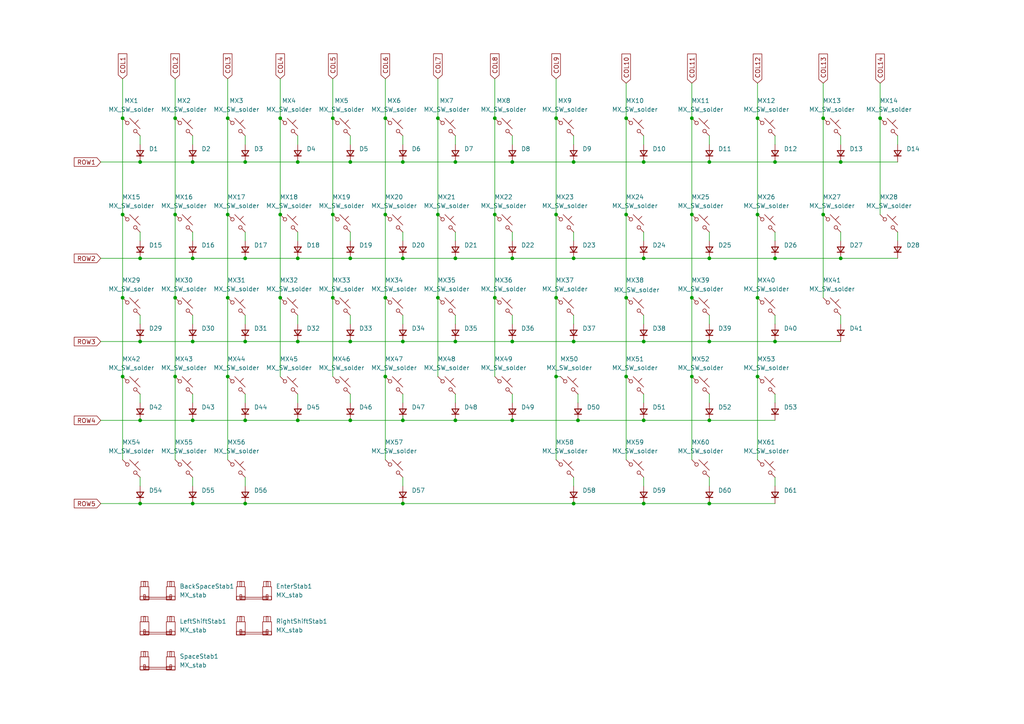
<source format=kicad_sch>
(kicad_sch (version 20250114) (generator "eeschema") (generator_version "9.0")
  (paper "A4")
  (lib_symbols
    (symbol "Device:D_Small" (pin_numbers (hide yes)) (pin_names (offset 0.254) (hide yes))
      (property "Reference" "D" (at -1.27 2.032 0))
      (property "Value" "D_Small" (at -3.81 -2.032 0))
      (symbol "D_Small_1_1"
        (pin passive line (at -2.54 0 0) (length 1.778) (name "K") (number "1"))
        (pin passive line (at 2.54 0 180) (length 1.778) (name "A") (number "2"))
      )
    )
    (symbol "PCM_marbastlib-mx:MX_SW_solder" (pin_numbers (hide yes)) (pin_names (offset 1.016) (hide yes))
      (property "Reference" "MX" (at 3.048 1.016 0))
      (property "Value" "MX_SW_solder" (at 0 -3.81 0))
      (symbol "MX_SW_solder_0_1"
        (pin passive line (at -2.54 2.54 0) (length 0) (name "1") (number "1"))
        (pin passive line (at 2.54 -2.54 180) (length 0) (name "2") (number "2"))
      )
    )
    (symbol "PCM_marbastlib-mx:MX_stab" (pin_names (offset 1.016))
      (property "Reference" "S" (at -5.08 6.35 0))
      (property "Value" "MX_stab" (at -5.08 3.81 0))
    )
  )
  (junction (at 166.37 74.93))
  (junction (at 66.04 86.36))
  (junction (at 200.66 109.22))
  (junction (at 111.76 34.29))
  (junction (at 243.84 46.99))
  (junction (at 116.84 99.06))
  (junction (at 55.88 146.05))
  (junction (at 111.76 109.22))
  (junction (at 186.69 99.06))
  (junction (at 55.88 121.92))
  (junction (at 132.08 46.99))
  (junction (at 71.12 146.05))
  (junction (at 55.88 74.93))
  (junction (at 186.69 146.05))
  (junction (at 219.71 62.23))
  (junction (at 224.79 46.99))
  (junction (at 148.59 46.99))
  (junction (at 161.29 86.36))
  (junction (at 219.71 34.29))
  (junction (at 186.69 74.93))
  (junction (at 86.36 74.93))
  (junction (at 116.84 121.92))
  (junction (at 50.8 86.36))
  (junction (at 40.64 99.06))
  (junction (at 101.6 121.92))
  (junction (at 200.66 86.36))
  (junction (at 243.84 74.93))
  (junction (at 40.64 146.05))
  (junction (at 148.59 121.92))
  (junction (at 161.29 34.29))
  (junction (at 55.88 99.06))
  (junction (at 127 34.29))
  (junction (at 35.56 34.29))
  (junction (at 161.29 109.22))
  (junction (at 101.6 99.06))
  (junction (at 35.56 86.36))
  (junction (at 200.66 62.23))
  (junction (at 40.64 46.99))
  (junction (at 66.04 34.29))
  (junction (at 86.36 121.92))
  (junction (at 205.74 74.93))
  (junction (at 116.84 146.05))
  (junction (at 238.76 62.23))
  (junction (at 167.64 121.92))
  (junction (at 111.76 86.36))
  (junction (at 143.51 86.36))
  (junction (at 71.12 46.99))
  (junction (at 161.29 62.23))
  (junction (at 205.74 146.05))
  (junction (at 101.6 74.93))
  (junction (at 166.37 99.06))
  (junction (at 132.08 99.06))
  (junction (at 50.8 34.29))
  (junction (at 40.64 121.92))
  (junction (at 35.56 62.23))
  (junction (at 219.71 86.36))
  (junction (at 50.8 62.23))
  (junction (at 181.61 86.36))
  (junction (at 81.28 86.36))
  (junction (at 86.36 99.06))
  (junction (at 205.74 121.92))
  (junction (at 166.37 146.05))
  (junction (at 111.76 62.23))
  (junction (at 71.12 99.06))
  (junction (at 181.61 62.23))
  (junction (at 132.08 74.93))
  (junction (at 181.61 109.22))
  (junction (at 96.52 86.36))
  (junction (at 181.61 34.29))
  (junction (at 255.27 34.29))
  (junction (at 96.52 34.29))
  (junction (at 143.51 34.29))
  (junction (at 101.6 46.99))
  (junction (at 50.8 109.22))
  (junction (at 71.12 74.93))
  (junction (at 186.69 121.92))
  (junction (at 66.04 109.22))
  (junction (at 200.66 34.29))
  (junction (at 71.12 121.92))
  (junction (at 81.28 34.29))
  (junction (at 186.69 46.99))
  (junction (at 127 62.23))
  (junction (at 81.28 62.23))
  (junction (at 96.52 62.23))
  (junction (at 148.59 74.93))
  (junction (at 143.51 62.23))
  (junction (at 132.08 121.92))
  (junction (at 166.37 46.99))
  (junction (at 86.36 46.99))
  (junction (at 35.56 109.22))
  (junction (at 238.76 34.29))
  (junction (at 116.84 74.93))
  (junction (at 205.74 99.06))
  (junction (at 224.79 99.06))
  (junction (at 205.74 46.99))
  (junction (at 148.59 99.06))
  (junction (at 127 86.36))
  (junction (at 66.04 62.23))
  (junction (at 116.84 46.99))
  (junction (at 40.64 74.93))
  (junction (at 55.88 46.99))
  (junction (at 224.79 74.93))
  (junction (at 219.71 109.22))
  (wire (pts (xy 55.88 46.99) (xy 71.12 46.99)))
  (wire (pts (xy 255.27 34.29) (xy 255.27 62.23)))
  (wire (pts (xy 111.76 22.86) (xy 111.76 34.29)))
  (wire (pts (xy 200.66 34.29) (xy 200.66 62.23)))
  (wire (pts (xy 127 22.86) (xy 127 34.29)))
  (wire (pts (xy 148.59 74.93) (xy 166.37 74.93)))
  (wire (pts (xy 238.76 34.29) (xy 238.76 62.23)))
  (wire (pts (xy 81.28 34.29) (xy 81.28 62.23)))
  (wire (pts (xy 35.56 62.23) (xy 35.56 86.36)))
  (wire (pts (xy 186.69 146.05) (xy 205.74 146.05)))
  (wire (pts (xy 181.61 109.22) (xy 181.61 133.35)))
  (wire (pts (xy 96.52 34.29) (xy 96.52 62.23)))
  (wire (pts (xy 219.71 109.22) (xy 219.71 133.35)))
  (wire (pts (xy 148.59 99.06) (xy 166.37 99.06)))
  (wire (pts (xy 116.84 91.44) (xy 116.84 93.98)))
  (wire (pts (xy 35.56 34.29) (xy 35.56 62.23)))
  (wire (pts (xy 66.04 34.29) (xy 66.04 62.23)))
  (wire (pts (xy 224.79 99.06) (xy 243.84 99.06)))
  (wire (pts (xy 116.84 99.06) (xy 132.08 99.06)))
  (wire (pts (xy 243.84 91.44) (xy 243.84 93.98)))
  (wire (pts (xy 205.74 121.92) (xy 224.79 121.92)))
  (wire (pts (xy 143.51 34.29) (xy 143.51 62.23)))
  (wire (pts (xy 143.51 86.36) (xy 143.51 109.22)))
  (wire (pts (xy 101.6 46.99) (xy 116.84 46.99)))
  (wire (pts (xy 55.88 99.06) (xy 71.12 99.06)))
  (wire (pts (xy 148.59 67.31) (xy 148.59 69.85)))
  (wire (pts (xy 96.52 22.86) (xy 96.52 34.29)))
  (wire (pts (xy 200.66 24.13) (xy 200.66 34.29)))
  (wire (pts (xy 116.84 114.3) (xy 116.84 116.84)))
  (wire (pts (xy 127 34.29) (xy 127 62.23)))
  (wire (pts (xy 238.76 62.23) (xy 238.76 86.36)))
  (wire (pts (xy 181.61 24.13) (xy 181.61 34.29)))
  (wire (pts (xy 224.79 74.93) (xy 243.84 74.93)))
  (wire (pts (xy 186.69 39.37) (xy 186.69 41.91)))
  (wire (pts (xy 143.51 22.86) (xy 143.51 34.29)))
  (wire (pts (xy 50.8 34.29) (xy 50.8 62.23)))
  (wire (pts (xy 127 62.23) (xy 127 86.36)))
  (wire (pts (xy 224.79 67.31) (xy 224.79 69.85)))
  (wire (pts (xy 224.79 39.37) (xy 224.79 41.91)))
  (wire (pts (xy 86.36 114.3) (xy 86.36 116.84)))
  (wire (pts (xy 186.69 46.99) (xy 205.74 46.99)))
  (wire (pts (xy 224.79 114.3) (xy 224.79 116.84)))
  (wire (pts (xy 29.21 74.93) (xy 40.64 74.93)))
  (wire (pts (xy 243.84 74.93) (xy 260.35 74.93)))
  (wire (pts (xy 205.74 74.93) (xy 224.79 74.93)))
  (wire (pts (xy 96.52 62.23) (xy 96.52 86.36)))
  (wire (pts (xy 50.8 86.36) (xy 50.8 109.22)))
  (wire (pts (xy 186.69 121.92) (xy 205.74 121.92)))
  (wire (pts (xy 186.69 99.06) (xy 205.74 99.06)))
  (wire (pts (xy 161.29 109.22) (xy 161.29 133.35)))
  (wire (pts (xy 81.28 22.86) (xy 81.28 34.29)))
  (wire (pts (xy 50.8 22.86) (xy 50.8 34.29)))
  (wire (pts (xy 86.36 67.31) (xy 86.36 69.85)))
  (wire (pts (xy 29.21 99.06) (xy 40.64 99.06)))
  (wire (pts (xy 166.37 74.93) (xy 186.69 74.93)))
  (wire (pts (xy 40.64 67.31) (xy 40.64 69.85)))
  (wire (pts (xy 101.6 121.92) (xy 116.84 121.92)))
  (wire (pts (xy 40.64 46.99) (xy 55.88 46.99)))
  (wire (pts (xy 127 86.36) (xy 127 109.22)))
  (wire (pts (xy 148.59 121.92) (xy 167.64 121.92)))
  (wire (pts (xy 116.84 146.05) (xy 166.37 146.05)))
  (wire (pts (xy 40.64 46.99) (xy 29.21 46.99)))
  (wire (pts (xy 55.88 138.43) (xy 55.88 140.97)))
  (wire (pts (xy 166.37 99.06) (xy 186.69 99.06)))
  (wire (pts (xy 132.08 121.92) (xy 148.59 121.92)))
  (wire (pts (xy 132.08 39.37) (xy 132.08 41.91)))
  (wire (pts (xy 219.71 86.36) (xy 219.71 109.22)))
  (wire (pts (xy 219.71 24.13) (xy 219.71 34.29)))
  (wire (pts (xy 161.29 62.23) (xy 161.29 86.36)))
  (wire (pts (xy 71.12 114.3) (xy 71.12 116.84)))
  (wire (pts (xy 96.52 86.36) (xy 96.52 109.22)))
  (wire (pts (xy 101.6 99.06) (xy 116.84 99.06)))
  (wire (pts (xy 166.37 46.99) (xy 186.69 46.99)))
  (wire (pts (xy 101.6 91.44) (xy 101.6 93.98)))
  (wire (pts (xy 132.08 114.3) (xy 132.08 116.84)))
  (wire (pts (xy 40.64 121.92) (xy 55.88 121.92)))
  (wire (pts (xy 35.56 86.36) (xy 35.56 109.22)))
  (wire (pts (xy 148.59 46.99) (xy 166.37 46.99)))
  (wire (pts (xy 260.35 67.31) (xy 260.35 69.85)))
  (wire (pts (xy 86.36 46.99) (xy 101.6 46.99)))
  (wire (pts (xy 143.51 62.23) (xy 143.51 86.36)))
  (wire (pts (xy 166.37 39.37) (xy 166.37 41.91)))
  (wire (pts (xy 181.61 34.29) (xy 181.61 62.23)))
  (wire (pts (xy 66.04 22.86) (xy 66.04 34.29)))
  (wire (pts (xy 40.64 91.44) (xy 40.64 93.98)))
  (wire (pts (xy 224.79 138.43) (xy 224.79 140.97)))
  (wire (pts (xy 219.71 34.29) (xy 219.71 62.23)))
  (wire (pts (xy 40.64 138.43) (xy 40.64 140.97)))
  (wire (pts (xy 111.76 109.22) (xy 111.76 133.35)))
  (wire (pts (xy 186.69 74.93) (xy 205.74 74.93)))
  (wire (pts (xy 71.12 67.31) (xy 71.12 69.85)))
  (wire (pts (xy 132.08 99.06) (xy 148.59 99.06)))
  (wire (pts (xy 35.56 109.22) (xy 35.56 133.35)))
  (wire (pts (xy 71.12 138.43) (xy 71.12 140.97)))
  (wire (pts (xy 116.84 138.43) (xy 116.84 140.97)))
  (wire (pts (xy 166.37 146.05) (xy 186.69 146.05)))
  (wire (pts (xy 86.36 39.37) (xy 86.36 41.91)))
  (wire (pts (xy 238.76 24.13) (xy 238.76 34.29)))
  (wire (pts (xy 255.27 24.13) (xy 255.27 34.29)))
  (wire (pts (xy 101.6 74.93) (xy 116.84 74.93)))
  (wire (pts (xy 219.71 62.23) (xy 219.71 86.36)))
  (wire (pts (xy 116.84 121.92) (xy 116.84 120.65)))
  (wire (pts (xy 205.74 67.31) (xy 205.74 69.85)))
  (wire (pts (xy 148.59 114.3) (xy 148.59 116.84)))
  (wire (pts (xy 71.12 121.92) (xy 86.36 121.92)))
  (wire (pts (xy 132.08 121.92) (xy 116.84 121.92)))
  (wire (pts (xy 132.08 67.31) (xy 132.08 69.85)))
  (wire (pts (xy 71.12 91.44) (xy 71.12 93.98)))
  (wire (pts (xy 167.64 114.3) (xy 167.64 116.84)))
  (wire (pts (xy 55.88 146.05) (xy 71.12 146.05)))
  (wire (pts (xy 71.12 46.99) (xy 86.36 46.99)))
  (wire (pts (xy 132.08 91.44) (xy 132.08 93.98)))
  (wire (pts (xy 132.08 74.93) (xy 148.59 74.93)))
  (wire (pts (xy 205.74 99.06) (xy 224.79 99.06)))
  (wire (pts (xy 111.76 62.23) (xy 111.76 86.36)))
  (wire (pts (xy 200.66 86.36) (xy 200.66 109.22)))
  (wire (pts (xy 55.88 74.93) (xy 71.12 74.93)))
  (wire (pts (xy 86.36 74.93) (xy 101.6 74.93)))
  (wire (pts (xy 71.12 99.06) (xy 86.36 99.06)))
  (wire (pts (xy 161.29 109.22) (xy 162.56 109.22)))
  (wire (pts (xy 224.79 91.44) (xy 224.79 93.98)))
  (wire (pts (xy 186.69 91.44) (xy 186.69 93.98)))
  (wire (pts (xy 148.59 39.37) (xy 148.59 41.91)))
  (wire (pts (xy 161.29 86.36) (xy 161.29 109.22)))
  (wire (pts (xy 29.21 121.92) (xy 40.64 121.92)))
  (wire (pts (xy 205.74 146.05) (xy 224.79 146.05)))
  (wire (pts (xy 181.61 62.23) (xy 181.61 86.36)))
  (wire (pts (xy 132.08 46.99) (xy 148.59 46.99)))
  (wire (pts (xy 205.74 39.37) (xy 205.74 41.91)))
  (wire (pts (xy 161.29 22.86) (xy 161.29 34.29)))
  (wire (pts (xy 40.64 146.05) (xy 55.88 146.05)))
  (wire (pts (xy 166.37 67.31) (xy 166.37 69.85)))
  (wire (pts (xy 116.84 74.93) (xy 132.08 74.93)))
  (wire (pts (xy 101.6 114.3) (xy 101.6 116.84)))
  (wire (pts (xy 81.28 62.23) (xy 81.28 86.36)))
  (wire (pts (xy 50.8 109.22) (xy 50.8 133.35)))
  (wire (pts (xy 181.61 86.36) (xy 181.61 109.22)))
  (wire (pts (xy 55.88 67.31) (xy 55.88 69.85)))
  (wire (pts (xy 40.64 39.37) (xy 40.64 41.91)))
  (wire (pts (xy 148.59 91.44) (xy 148.59 93.98)))
  (wire (pts (xy 50.8 62.23) (xy 50.8 86.36)))
  (wire (pts (xy 66.04 109.22) (xy 66.04 133.35)))
  (wire (pts (xy 40.64 99.06) (xy 55.88 99.06)))
  (wire (pts (xy 111.76 34.29) (xy 111.76 62.23)))
  (wire (pts (xy 205.74 46.99) (xy 224.79 46.99)))
  (wire (pts (xy 205.74 114.3) (xy 205.74 116.84)))
  (wire (pts (xy 111.76 86.36) (xy 111.76 109.22)))
  (wire (pts (xy 55.88 121.92) (xy 71.12 121.92)))
  (wire (pts (xy 86.36 99.06) (xy 101.6 99.06)))
  (wire (pts (xy 200.66 62.23) (xy 200.66 86.36)))
  (wire (pts (xy 205.74 91.44) (xy 205.74 93.98)))
  (wire (pts (xy 29.21 146.05) (xy 40.64 146.05)))
  (wire (pts (xy 55.88 91.44) (xy 55.88 93.98)))
  (wire (pts (xy 55.88 114.3) (xy 55.88 116.84)))
  (wire (pts (xy 161.29 34.29) (xy 161.29 62.23)))
  (wire (pts (xy 205.74 138.43) (xy 205.74 140.97)))
  (wire (pts (xy 71.12 146.05) (xy 116.84 146.05)))
  (wire (pts (xy 186.69 114.3) (xy 186.69 116.84)))
  (wire (pts (xy 224.79 46.99) (xy 243.84 46.99)))
  (wire (pts (xy 66.04 62.23) (xy 66.04 86.36)))
  (wire (pts (xy 81.28 86.36) (xy 81.28 109.22)))
  (wire (pts (xy 116.84 67.31) (xy 116.84 69.85)))
  (wire (pts (xy 167.64 121.92) (xy 186.69 121.92)))
  (wire (pts (xy 35.56 22.86) (xy 35.56 34.29)))
  (wire (pts (xy 71.12 39.37) (xy 71.12 41.91)))
  (wire (pts (xy 101.6 39.37) (xy 101.6 41.91)))
  (wire (pts (xy 40.64 114.3) (xy 40.64 116.84)))
  (wire (pts (xy 260.35 39.37) (xy 260.35 41.91)))
  (wire (pts (xy 86.36 121.92) (xy 101.6 121.92)))
  (wire (pts (xy 66.04 86.36) (xy 66.04 109.22)))
  (wire (pts (xy 166.37 138.43) (xy 166.37 140.97)))
  (wire (pts (xy 186.69 138.43) (xy 186.69 140.97)))
  (wire (pts (xy 243.84 67.31) (xy 243.84 69.85)))
  (wire (pts (xy 116.84 39.37) (xy 116.84 41.91)))
  (wire (pts (xy 243.84 39.37) (xy 243.84 41.91)))
  (wire (pts (xy 101.6 67.31) (xy 101.6 69.85)))
  (wire (pts (xy 166.37 91.44) (xy 166.37 93.98)))
  (wire (pts (xy 55.88 39.37) (xy 55.88 41.91)))
  (wire (pts (xy 243.84 46.99) (xy 260.35 46.99)))
  (wire (pts (xy 40.64 74.93) (xy 55.88 74.93)))
  (wire (pts (xy 200.66 109.22) (xy 200.66 133.35)))
  (wire (pts (xy 186.69 67.31) (xy 186.69 69.85)))
  (wire (pts (xy 71.12 74.93) (xy 86.36 74.93)))
  (wire (pts (xy 86.36 91.44) (xy 86.36 93.98)))
  (wire (pts (xy 116.84 46.99) (xy 132.08 46.99)))
  (global_label "ROW1" (shape input) (at 29.21 46.99 180) (property "Intersheetrefs" "${INTERSHEET_REFS}" (effects (hide yes))))
  (global_label "COL7" (shape input) (at 127 22.86 90) (property "Intersheetrefs" "${INTERSHEET_REFS}" (effects (hide yes))))
  (global_label "ROW3" (shape input) (at 29.21 99.06 180) (property "Intersheetrefs" "${INTERSHEET_REFS}" (effects (hide yes))))
  (global_label "COL4" (shape input) (at 81.28 22.86 90) (property "Intersheetrefs" "${INTERSHEET_REFS}" (effects (hide yes))))
  (global_label "COL2" (shape input) (at 50.8 22.86 90) (property "Intersheetrefs" "${INTERSHEET_REFS}" (effects (hide yes))))
  (global_label "COL5" (shape input) (at 96.52 22.86 90) (property "Intersheetrefs" "${INTERSHEET_REFS}" (effects (hide yes))))
  (global_label "COL8" (shape input) (at 143.51 22.86 90) (property "Intersheetrefs" "${INTERSHEET_REFS}" (effects (hide yes))))
  (global_label "ROW5" (shape input) (at 29.21 146.05 180) (property "Intersheetrefs" "${INTERSHEET_REFS}" (effects (hide yes))))
  (global_label "COL9" (shape input) (at 161.29 22.86 90) (property "Intersheetrefs" "${INTERSHEET_REFS}" (effects (hide yes))))
  (global_label "COL6" (shape input) (at 111.76 22.86 90) (property "Intersheetrefs" "${INTERSHEET_REFS}" (effects (hide yes))))
  (global_label "COL13" (shape input) (at 238.76 24.13 90) (property "Intersheetrefs" "${INTERSHEET_REFS}" (effects (hide yes))))
  (global_label "COL12" (shape input) (at 219.71 24.13 90) (property "Intersheetrefs" "${INTERSHEET_REFS}" (effects (hide yes))))
  (global_label "COL14" (shape input) (at 255.27 24.13 90) (property "Intersheetrefs" "${INTERSHEET_REFS}" (effects (hide yes))))
  (global_label "COL1" (shape input) (at 35.56 22.86 90) (property "Intersheetrefs" "${INTERSHEET_REFS}" (effects (hide yes))))
  (global_label "COL10" (shape input) (at 181.61 24.13 90) (property "Intersheetrefs" "${INTERSHEET_REFS}" (effects (hide yes))))
  (global_label "COL11" (shape input) (at 200.66 24.13 90) (property "Intersheetrefs" "${INTERSHEET_REFS}" (effects (hide yes))))
  (global_label "COL3" (shape input) (at 66.04 22.86 90) (property "Intersheetrefs" "${INTERSHEET_REFS}" (effects (hide yes))))
  (global_label "ROW4" (shape input) (at 29.21 121.92 180) (property "Intersheetrefs" "${INTERSHEET_REFS}" (effects (hide yes))))
  (global_label "ROW2" (shape input) (at 29.21 74.93 180) (property "Intersheetrefs" "${INTERSHEET_REFS}" (effects (hide yes))))
  (symbol (lib_id "Device:D_Small") (at 186.69 119.38 90) (unit 1)
    (property "Reference" "D51" (at 189.23 118.1099 90) (effects (justify right)))
    (property "Value" "D_Small" (effects (hide yes)))
    (property "Footprint" "Diode_SMD:D_SOD-123" (effects (hide yes)))
    (property "Description" "Diode, small symbol" (effects (hide yes)))
    (property "Sim.Device" "D" (effects (hide yes)))
    (property "Sim.Pins" "1=K 2=A" (effects (hide yes)))
  )
  (symbol (lib_id "PCM_marbastlib-mx:MX_SW_solder") (at 163.83 36.83 0) (unit 1)
    (property "Reference" "MX9" (at 163.83 29.21 0))
    (property "Value" "MX_SW_solder" (at 163.83 31.75 0))
    (property "Footprint" "PCM_marbastlib-mx:SW_MX_1u" (effects (hide yes)))
    (property "Description" "Push button switch, normally open, two pins, 45° tilted" (effects (hide yes)))
  )
  (symbol (lib_id "Device:D_Small") (at 132.08 96.52 90) (unit 1)
    (property "Reference" "D35" (at 134.62 95.2499 90) (effects (justify right)))
    (property "Value" "D_Small" (effects (hide yes)))
    (property "Footprint" "Diode_SMD:D_SOD-123" (effects (hide yes)))
    (property "Description" "Diode, small symbol" (effects (hide yes)))
    (property "Sim.Device" "D" (effects (hide yes)))
    (property "Sim.Pins" "1=K 2=A" (effects (hide yes)))
  )
  (symbol (lib_id "PCM_marbastlib-mx:MX_SW_solder") (at 146.05 64.77 0) (unit 1)
    (property "Reference" "MX22" (at 146.05 57.15 0))
    (property "Value" "MX_SW_solder" (at 146.05 59.69 0))
    (property "Footprint" "PCM_marbastlib-mx:SW_MX_1u" (effects (hide yes)))
    (property "Description" "Push button switch, normally open, two pins, 45° tilted" (effects (hide yes)))
  )
  (symbol (lib_id "Device:D_Small") (at 86.36 96.52 90) (unit 1)
    (property "Reference" "D32" (at 88.9 95.2499 90) (effects (justify right)))
    (property "Value" "D_Small" (effects (hide yes)))
    (property "Footprint" "Diode_SMD:D_SOD-123" (effects (hide yes)))
    (property "Description" "Diode, small symbol" (effects (hide yes)))
    (property "Sim.Device" "D" (effects (hide yes)))
    (property "Sim.Pins" "1=K 2=A" (effects (hide yes)))
  )
  (symbol (lib_id "PCM_marbastlib-mx:MX_SW_solder") (at 38.1 64.77 0) (unit 1)
    (property "Reference" "MX15" (at 38.1 57.15 0))
    (property "Value" "MX_SW_solder" (at 38.1 59.69 0))
    (property "Footprint" "PCM_marbastlib-mx:SW_MX_1u" (effects (hide yes)))
    (property "Description" "Push button switch, normally open, two pins, 45° tilted" (effects (hide yes)))
  )
  (symbol (lib_id "Device:D_Small") (at 40.64 143.51 90) (unit 1)
    (property "Reference" "D54" (at 43.18 142.2399 90) (effects (justify right)))
    (property "Value" "D_Small" (effects (hide yes)))
    (property "Footprint" "Diode_SMD:D_SOD-123" (effects (hide yes)))
    (property "Description" "Diode, small symbol" (effects (hide yes)))
    (property "Sim.Device" "D" (effects (hide yes)))
    (property "Sim.Pins" "1=K 2=A" (effects (hide yes)))
  )
  (symbol (lib_id "PCM_marbastlib-mx:MX_SW_solder") (at 114.3 88.9 0) (unit 1)
    (property "Reference" "MX34" (at 114.3 81.28 0))
    (property "Value" "MX_SW_solder" (at 114.3 83.82 0))
    (property "Footprint" "PCM_marbastlib-mx:SW_MX_1u" (effects (hide yes)))
    (property "Description" "Push button switch, normally open, two pins, 45° tilted" (effects (hide yes)))
  )
  (symbol (lib_id "Device:D_Small") (at 132.08 72.39 90) (unit 1)
    (property "Reference" "D21" (at 134.62 71.1199 90) (effects (justify right)))
    (property "Value" "D_Small" (effects (hide yes)))
    (property "Footprint" "Diode_SMD:D_SOD-123" (effects (hide yes)))
    (property "Description" "Diode, small symbol" (effects (hide yes)))
    (property "Sim.Device" "D" (effects (hide yes)))
    (property "Sim.Pins" "1=K 2=A" (effects (hide yes)))
  )
  (symbol (lib_id "Device:D_Small") (at 224.79 44.45 90) (unit 1)
    (property "Reference" "D12" (at 227.33 43.1799 90) (effects (justify right)))
    (property "Value" "D_Small" (effects (hide yes)))
    (property "Footprint" "Diode_SMD:D_SOD-123" (effects (hide yes)))
    (property "Description" "Diode, small symbol" (effects (hide yes)))
    (property "Sim.Device" "D" (effects (hide yes)))
    (property "Sim.Pins" "1=K 2=A" (effects (hide yes)))
  )
  (symbol (lib_id "PCM_marbastlib-mx:MX_SW_solder") (at 99.06 36.83 0) (unit 1)
    (property "Reference" "MX5" (at 99.06 29.21 0))
    (property "Value" "MX_SW_solder" (at 99.06 31.75 0))
    (property "Footprint" "PCM_marbastlib-mx:SW_MX_1u" (effects (hide yes)))
    (property "Description" "Push button switch, normally open, two pins, 45° tilted" (effects (hide yes)))
  )
  (symbol (lib_id "PCM_marbastlib-mx:MX_SW_solder") (at 53.34 88.9 0) (unit 1)
    (property "Reference" "MX30" (at 53.34 81.28 0))
    (property "Value" "MX_SW_solder" (at 53.34 83.82 0))
    (property "Footprint" "PCM_marbastlib-mx:SW_MX_1u" (effects (hide yes)))
    (property "Description" "Push button switch, normally open, two pins, 45° tilted" (effects (hide yes)))
  )
  (symbol (lib_id "PCM_marbastlib-mx:MX_stab") (at 45.72 191.77 0) (unit 1)
    (property "Reference" "SpaceStab1" (at 52.07 190.3729 0) (effects (justify left)))
    (property "Value" "MX_stab" (at 52.07 192.9129 0) (effects (justify left)))
    (property "Footprint" "PCM_marbastlib-mx:STAB_MX_P_6.25u" (effects (hide yes)))
    (property "Description" "Cherry MX-style stabilizer" (effects (hide yes)))
  )
  (symbol (lib_id "PCM_marbastlib-mx:MX_stab") (at 73.66 181.61 0) (unit 1)
    (property "Reference" "RightShiftStab1" (at 80.01 180.2129 0) (effects (justify left)))
    (property "Value" "MX_stab" (at 80.01 182.7529 0) (effects (justify left)))
    (property "Footprint" "PCM_marbastlib-mx:STAB_MX_P_2.75u" (effects (hide yes)))
    (property "Description" "Cherry MX-style stabilizer" (effects (hide yes)))
  )
  (symbol (lib_id "PCM_marbastlib-mx:MX_SW_solder") (at 203.2 88.9 0) (unit 1)
    (property "Reference" "MX39" (at 203.2 81.28 0))
    (property "Value" "MX_SW_solder" (at 203.2 83.82 0))
    (property "Footprint" "PCM_marbastlib-mx:SW_MX_1u" (effects (hide yes)))
    (property "Description" "Push button switch, normally open, two pins, 45° tilted" (effects (hide yes)))
  )
  (symbol (lib_id "Device:D_Small") (at 260.35 72.39 90) (unit 1)
    (property "Reference" "D28" (at 262.89 71.1199 90) (effects (justify right)))
    (property "Value" "D_Small" (effects (hide yes)))
    (property "Footprint" "Diode_SMD:D_SOD-123" (effects (hide yes)))
    (property "Description" "Diode, small symbol" (effects (hide yes)))
    (property "Sim.Device" "D" (effects (hide yes)))
    (property "Sim.Pins" "1=K 2=A" (effects (hide yes)))
  )
  (symbol (lib_id "Device:D_Small") (at 71.12 96.52 90) (unit 1)
    (property "Reference" "D31" (at 73.66 95.2499 90) (effects (justify right)))
    (property "Value" "D_Small" (effects (hide yes)))
    (property "Footprint" "Diode_SMD:D_SOD-123" (effects (hide yes)))
    (property "Description" "Diode, small symbol" (effects (hide yes)))
    (property "Sim.Device" "D" (effects (hide yes)))
    (property "Sim.Pins" "1=K 2=A" (effects (hide yes)))
  )
  (symbol (lib_id "PCM_marbastlib-mx:MX_SW_solder") (at 129.54 64.77 0) (unit 1)
    (property "Reference" "MX21" (at 129.54 57.15 0))
    (property "Value" "MX_SW_solder" (at 129.54 59.69 0))
    (property "Footprint" "PCM_marbastlib-mx:SW_MX_1u" (effects (hide yes)))
    (property "Description" "Push button switch, normally open, two pins, 45° tilted" (effects (hide yes)))
  )
  (symbol (lib_id "PCM_marbastlib-mx:MX_SW_solder") (at 257.81 36.83 0) (unit 1)
    (property "Reference" "MX14" (at 257.81 29.21 0))
    (property "Value" "MX_SW_solder" (at 257.81 31.75 0))
    (property "Footprint" "PCM_marbastlib-mx:SW_MX_1u" (effects (hide yes)))
    (property "Description" "Push button switch, normally open, two pins, 45° tilted" (effects (hide yes)))
  )
  (symbol (lib_id "PCM_marbastlib-mx:MX_SW_solder") (at 114.3 64.77 0) (unit 1)
    (property "Reference" "MX20" (at 114.3 57.15 0))
    (property "Value" "MX_SW_solder" (at 114.3 59.69 0))
    (property "Footprint" "PCM_marbastlib-mx:SW_MX_1u" (effects (hide yes)))
    (property "Description" "Push button switch, normally open, two pins, 45° tilted" (effects (hide yes)))
  )
  (symbol (lib_id "Device:D_Small") (at 101.6 72.39 90) (unit 1)
    (property "Reference" "D19" (at 104.14 71.1199 90) (effects (justify right)))
    (property "Value" "D_Small" (effects (hide yes)))
    (property "Footprint" "Diode_SMD:D_SOD-123" (effects (hide yes)))
    (property "Description" "Diode, small symbol" (effects (hide yes)))
    (property "Sim.Device" "D" (effects (hide yes)))
    (property "Sim.Pins" "1=K 2=A" (effects (hide yes)))
  )
  (symbol (lib_id "PCM_marbastlib-mx:MX_SW_solder") (at 163.83 64.77 0) (unit 1)
    (property "Reference" "MX23" (at 163.83 57.15 0))
    (property "Value" "MX_SW_solder" (at 163.83 59.69 0))
    (property "Footprint" "PCM_marbastlib-mx:SW_MX_1u" (effects (hide yes)))
    (property "Description" "Push button switch, normally open, two pins, 45° tilted" (effects (hide yes)))
  )
  (symbol (lib_id "Device:D_Small") (at 101.6 44.45 90) (unit 1)
    (property "Reference" "D5" (at 104.14 43.1799 90) (effects (justify right)))
    (property "Value" "D_Small" (effects (hide yes)))
    (property "Footprint" "Diode_SMD:D_SOD-123" (effects (hide yes)))
    (property "Description" "Diode, small symbol" (effects (hide yes)))
    (property "Sim.Device" "D" (effects (hide yes)))
    (property "Sim.Pins" "1=K 2=A" (effects (hide yes)))
  )
  (symbol (lib_id "PCM_marbastlib-mx:MX_SW_solder") (at 222.25 111.76 0) (unit 1)
    (property "Reference" "MX53" (at 222.25 104.14 0))
    (property "Value" "MX_SW_solder" (at 222.25 106.68 0))
    (property "Footprint" "PCM_marbastlib-mx:SW_MX_1u" (effects (hide yes)))
    (property "Description" "Push button switch, normally open, two pins, 45° tilted" (effects (hide yes)))
  )
  (symbol (lib_id "Device:D_Small") (at 86.36 44.45 90) (unit 1)
    (property "Reference" "D4" (at 88.9 43.1799 90) (effects (justify right)))
    (property "Value" "D_Small" (effects (hide yes)))
    (property "Footprint" "Diode_SMD:D_SOD-123" (effects (hide yes)))
    (property "Description" "Diode, small symbol" (effects (hide yes)))
    (property "Sim.Device" "D" (effects (hide yes)))
    (property "Sim.Pins" "1=K 2=A" (effects (hide yes)))
  )
  (symbol (lib_id "Device:D_Small") (at 116.84 44.45 90) (unit 1)
    (property "Reference" "D6" (at 119.38 43.1799 90) (effects (justify right)))
    (property "Value" "D_Small" (effects (hide yes)))
    (property "Footprint" "Diode_SMD:D_SOD-123" (effects (hide yes)))
    (property "Description" "Diode, small symbol" (effects (hide yes)))
    (property "Sim.Device" "D" (effects (hide yes)))
    (property "Sim.Pins" "1=K 2=A" (effects (hide yes)))
  )
  (symbol (lib_id "Device:D_Small") (at 40.64 44.45 90) (unit 1)
    (property "Reference" "D1" (at 43.18 43.1799 90) (effects (justify right)))
    (property "Value" "D_Small" (effects (hide yes)))
    (property "Footprint" "Diode_SMD:D_SOD-123" (effects (hide yes)))
    (property "Description" "Diode, small symbol" (effects (hide yes)))
    (property "Sim.Device" "D" (effects (hide yes)))
    (property "Sim.Pins" "1=K 2=A" (effects (hide yes)))
  )
  (symbol (lib_id "Device:D_Small") (at 71.12 119.38 90) (unit 1)
    (property "Reference" "D44" (at 73.66 118.1099 90) (effects (justify right)))
    (property "Value" "D_Small" (effects (hide yes)))
    (property "Footprint" "Diode_SMD:D_SOD-123" (effects (hide yes)))
    (property "Description" "Diode, small symbol" (effects (hide yes)))
    (property "Sim.Device" "D" (effects (hide yes)))
    (property "Sim.Pins" "1=K 2=A" (effects (hide yes)))
  )
  (symbol (lib_id "PCM_marbastlib-mx:MX_SW_solder") (at 114.3 135.89 0) (unit 1)
    (property "Reference" "MX57" (at 114.3 128.27 0))
    (property "Value" "MX_SW_solder" (at 114.3 130.81 0))
    (property "Footprint" "PCM_marbastlib-mx:SW_MX_1u" (effects (hide yes)))
    (property "Description" "Push button switch, normally open, two pins, 45° tilted" (effects (hide yes)))
  )
  (symbol (lib_id "PCM_marbastlib-mx:MX_SW_solder") (at 129.54 36.83 0) (unit 1)
    (property "Reference" "MX7" (at 129.54 29.21 0))
    (property "Value" "MX_SW_solder" (at 129.54 31.75 0))
    (property "Footprint" "PCM_marbastlib-mx:SW_MX_1u" (effects (hide yes)))
    (property "Description" "Push button switch, normally open, two pins, 45° tilted" (effects (hide yes)))
  )
  (symbol (lib_id "Device:D_Small") (at 224.79 96.52 90) (unit 1)
    (property "Reference" "D40" (at 227.33 95.2499 90) (effects (justify right)))
    (property "Value" "D_Small" (effects (hide yes)))
    (property "Footprint" "Diode_SMD:D_SOD-123" (effects (hide yes)))
    (property "Description" "Diode, small symbol" (effects (hide yes)))
    (property "Sim.Device" "D" (effects (hide yes)))
    (property "Sim.Pins" "1=K 2=A" (effects (hide yes)))
  )
  (symbol (lib_id "PCM_marbastlib-mx:MX_SW_solder") (at 68.58 135.89 0) (unit 1)
    (property "Reference" "MX56" (at 68.58 128.27 0))
    (property "Value" "MX_SW_solder" (at 68.58 130.81 0))
    (property "Footprint" "PCM_marbastlib-mx:SW_MX_1u" (effects (hide yes)))
    (property "Description" "Push button switch, normally open, two pins, 45° tilted" (effects (hide yes)))
  )
  (symbol (lib_id "Device:D_Small") (at 86.36 72.39 90) (unit 1)
    (property "Reference" "D18" (at 88.9 71.1199 90) (effects (justify right)))
    (property "Value" "D_Small" (effects (hide yes)))
    (property "Footprint" "Diode_SMD:D_SOD-123" (effects (hide yes)))
    (property "Description" "Diode, small symbol" (effects (hide yes)))
    (property "Sim.Device" "D" (effects (hide yes)))
    (property "Sim.Pins" "1=K 2=A" (effects (hide yes)))
  )
  (symbol (lib_id "PCM_marbastlib-mx:MX_SW_solder") (at 257.81 64.77 0) (unit 1)
    (property "Reference" "MX28" (at 257.81 57.15 0))
    (property "Value" "MX_SW_solder" (at 257.81 59.69 0))
    (property "Footprint" "PCM_marbastlib-mx:SW_MX_1u" (effects (hide yes)))
    (property "Description" "Push button switch, normally open, two pins, 45° tilted" (effects (hide yes)))
  )
  (symbol (lib_id "Device:D_Small") (at 166.37 96.52 90) (unit 1)
    (property "Reference" "D37" (at 168.91 95.2499 90) (effects (justify right)))
    (property "Value" "D_Small" (effects (hide yes)))
    (property "Footprint" "Diode_SMD:D_SOD-123" (effects (hide yes)))
    (property "Description" "Diode, small symbol" (effects (hide yes)))
    (property "Sim.Device" "D" (effects (hide yes)))
    (property "Sim.Pins" "1=K 2=A" (effects (hide yes)))
  )
  (symbol (lib_id "Device:D_Small") (at 55.88 72.39 90) (unit 1)
    (property "Reference" "D16" (at 58.42 71.1199 90) (effects (justify right)))
    (property "Value" "D_Small" (effects (hide yes)))
    (property "Footprint" "Diode_SMD:D_SOD-123" (effects (hide yes)))
    (property "Description" "Diode, small symbol" (effects (hide yes)))
    (property "Sim.Device" "D" (effects (hide yes)))
    (property "Sim.Pins" "1=K 2=A" (effects (hide yes)))
  )
  (symbol (lib_id "PCM_marbastlib-mx:MX_SW_solder") (at 53.34 135.89 0) (unit 1)
    (property "Reference" "MX55" (at 53.34 128.27 0))
    (property "Value" "MX_SW_solder" (at 53.34 130.81 0))
    (property "Footprint" "PCM_marbastlib-mx:SW_MX_1u" (effects (hide yes)))
    (property "Description" "Push button switch, normally open, two pins, 45° tilted" (effects (hide yes)))
  )
  (symbol (lib_id "PCM_marbastlib-mx:MX_SW_solder") (at 129.54 88.9 0) (unit 1)
    (property "Reference" "MX35" (at 129.54 81.28 0))
    (property "Value" "MX_SW_solder" (at 129.54 83.82 0))
    (property "Footprint" "PCM_marbastlib-mx:SW_MX_1u" (effects (hide yes)))
    (property "Description" "Push button switch, normally open, two pins, 45° tilted" (effects (hide yes)))
  )
  (symbol (lib_id "PCM_marbastlib-mx:MX_SW_solder") (at 241.3 64.77 0) (unit 1)
    (property "Reference" "MX27" (at 241.3 57.15 0))
    (property "Value" "MX_SW_solder" (at 241.3 59.69 0))
    (property "Footprint" "PCM_marbastlib-mx:SW_MX_1u" (effects (hide yes)))
    (property "Description" "Push button switch, normally open, two pins, 45° tilted" (effects (hide yes)))
  )
  (symbol (lib_id "PCM_marbastlib-mx:MX_SW_solder") (at 83.82 36.83 0) (unit 1)
    (property "Reference" "MX4" (at 83.82 29.21 0))
    (property "Value" "MX_SW_solder" (at 83.82 31.75 0))
    (property "Footprint" "PCM_marbastlib-mx:SW_MX_1u" (effects (hide yes)))
    (property "Description" "Push button switch, normally open, two pins, 45° tilted" (effects (hide yes)))
  )
  (symbol (lib_id "PCM_marbastlib-mx:MX_SW_solder") (at 68.58 36.83 0) (unit 1)
    (property "Reference" "MX3" (at 68.58 29.21 0))
    (property "Value" "MX_SW_solder" (at 68.58 31.75 0))
    (property "Footprint" "PCM_marbastlib-mx:SW_MX_1u" (effects (hide yes)))
    (property "Description" "Push button switch, normally open, two pins, 45° tilted" (effects (hide yes)))
  )
  (symbol (lib_id "PCM_marbastlib-mx:MX_SW_solder") (at 184.15 64.77 0) (unit 1)
    (property "Reference" "MX24" (at 184.15 57.15 0))
    (property "Value" "MX_SW_solder" (at 184.15 59.69 0))
    (property "Footprint" "PCM_marbastlib-mx:SW_MX_1u" (effects (hide yes)))
    (property "Description" "Push button switch, normally open, two pins, 45° tilted" (effects (hide yes)))
  )
  (symbol (lib_id "Device:D_Small") (at 86.36 119.38 90) (unit 1)
    (property "Reference" "D45" (at 88.9 118.1099 90) (effects (justify right)))
    (property "Value" "D_Small" (effects (hide yes)))
    (property "Footprint" "Diode_SMD:D_SOD-123" (effects (hide yes)))
    (property "Description" "Diode, small symbol" (effects (hide yes)))
    (property "Sim.Device" "D" (effects (hide yes)))
    (property "Sim.Pins" "1=K 2=A" (effects (hide yes)))
  )
  (symbol (lib_id "Device:D_Small") (at 132.08 44.45 90) (unit 1)
    (property "Reference" "D7" (at 134.62 43.1799 90) (effects (justify right)))
    (property "Value" "D_Small" (effects (hide yes)))
    (property "Footprint" "Diode_SMD:D_SOD-123" (effects (hide yes)))
    (property "Description" "Diode, small symbol" (effects (hide yes)))
    (property "Sim.Device" "D" (effects (hide yes)))
    (property "Sim.Pins" "1=K 2=A" (effects (hide yes)))
  )
  (symbol (lib_id "Device:D_Small") (at 243.84 72.39 90) (unit 1)
    (property "Reference" "D27" (at 246.38 71.1199 90) (effects (justify right)))
    (property "Value" "D_Small" (effects (hide yes)))
    (property "Footprint" "Diode_SMD:D_SOD-123" (effects (hide yes)))
    (property "Description" "Diode, small symbol" (effects (hide yes)))
    (property "Sim.Device" "D" (effects (hide yes)))
    (property "Sim.Pins" "1=K 2=A" (effects (hide yes)))
  )
  (symbol (lib_id "Device:D_Small") (at 243.84 44.45 90) (unit 1)
    (property "Reference" "D13" (at 246.38 43.1799 90) (effects (justify right)))
    (property "Value" "D_Small" (effects (hide yes)))
    (property "Footprint" "Diode_SMD:D_SOD-123" (effects (hide yes)))
    (property "Description" "Diode, small symbol" (effects (hide yes)))
    (property "Sim.Device" "D" (effects (hide yes)))
    (property "Sim.Pins" "1=K 2=A" (effects (hide yes)))
  )
  (symbol (lib_id "Device:D_Small") (at 71.12 72.39 90) (unit 1)
    (property "Reference" "D17" (at 73.66 71.1199 90) (effects (justify right)))
    (property "Value" "D_Small" (effects (hide yes)))
    (property "Footprint" "Diode_SMD:D_SOD-123" (effects (hide yes)))
    (property "Description" "Diode, small symbol" (effects (hide yes)))
    (property "Sim.Device" "D" (effects (hide yes)))
    (property "Sim.Pins" "1=K 2=A" (effects (hide yes)))
  )
  (symbol (lib_id "PCM_marbastlib-mx:MX_SW_solder") (at 53.34 111.76 0) (unit 1)
    (property "Reference" "MX43" (at 53.34 104.14 0))
    (property "Value" "MX_SW_solder" (at 53.34 106.68 0))
    (property "Footprint" "PCM_marbastlib-mx:SW_MX_1u" (effects (hide yes)))
    (property "Description" "Push button switch, normally open, two pins, 45° tilted" (effects (hide yes)))
  )
  (symbol (lib_id "PCM_marbastlib-mx:MX_SW_solder") (at 203.2 36.83 0) (unit 1)
    (property "Reference" "MX11" (at 203.2 29.21 0))
    (property "Value" "MX_SW_solder" (at 203.2 31.75 0))
    (property "Footprint" "PCM_marbastlib-mx:SW_MX_1u" (effects (hide yes)))
    (property "Description" "Push button switch, normally open, two pins, 45° tilted" (effects (hide yes)))
  )
  (symbol (lib_id "PCM_marbastlib-mx:MX_SW_solder") (at 114.3 111.76 0) (unit 1)
    (property "Reference" "MX47" (at 114.3 104.14 0))
    (property "Value" "MX_SW_solder" (at 114.3 106.68 0))
    (property "Footprint" "PCM_marbastlib-mx:SW_MX_1u" (effects (hide yes)))
    (property "Description" "Push button switch, normally open, two pins, 45° tilted" (effects (hide yes)))
  )
  (symbol (lib_id "PCM_marbastlib-mx:MX_SW_solder") (at 53.34 64.77 0) (unit 1)
    (property "Reference" "MX16" (at 53.34 57.15 0))
    (property "Value" "MX_SW_solder" (at 53.34 59.69 0))
    (property "Footprint" "PCM_marbastlib-mx:SW_MX_1u" (effects (hide yes)))
    (property "Description" "Push button switch, normally open, two pins, 45° tilted" (effects (hide yes)))
  )
  (symbol (lib_id "PCM_marbastlib-mx:MX_SW_solder") (at 83.82 88.9 0) (unit 1)
    (property "Reference" "MX32" (at 83.82 81.28 0))
    (property "Value" "MX_SW_solder" (at 83.82 83.82 0))
    (property "Footprint" "PCM_marbastlib-mx:SW_MX_1u" (effects (hide yes)))
    (property "Description" "Push button switch, normally open, two pins, 45° tilted" (effects (hide yes)))
  )
  (symbol (lib_id "PCM_marbastlib-mx:MX_SW_solder") (at 163.83 135.89 0) (unit 1)
    (property "Reference" "MX58" (at 163.83 128.27 0))
    (property "Value" "MX_SW_solder" (at 163.83 130.81 0))
    (property "Footprint" "PCM_marbastlib-mx:SW_MX_1u" (effects (hide yes)))
    (property "Description" "Push button switch, normally open, two pins, 45° tilted" (effects (hide yes)))
  )
  (symbol (lib_id "Device:D_Small") (at 116.84 96.52 90) (unit 1)
    (property "Reference" "D34" (at 119.38 95.2499 90) (effects (justify right)))
    (property "Value" "D_Small" (effects (hide yes)))
    (property "Footprint" "Diode_SMD:D_SOD-123" (effects (hide yes)))
    (property "Description" "Diode, small symbol" (effects (hide yes)))
    (property "Sim.Device" "D" (effects (hide yes)))
    (property "Sim.Pins" "1=K 2=A" (effects (hide yes)))
  )
  (symbol (lib_id "PCM_marbastlib-mx:MX_SW_solder") (at 241.3 88.9 0) (unit 1)
    (property "Reference" "MX41" (at 241.3 81.28 0))
    (property "Value" "MX_SW_solder" (at 241.3 83.82 0))
    (property "Footprint" "PCM_marbastlib-mx:SW_MX_1u" (effects (hide yes)))
    (property "Description" "Push button switch, normally open, two pins, 45° tilted" (effects (hide yes)))
  )
  (symbol (lib_id "Device:D_Small") (at 186.69 72.39 90) (unit 1)
    (property "Reference" "D24" (at 189.23 71.1199 90) (effects (justify right)))
    (property "Value" "D_Small" (effects (hide yes)))
    (property "Footprint" "Diode_SMD:D_SOD-123" (effects (hide yes)))
    (property "Description" "Diode, small symbol" (effects (hide yes)))
    (property "Sim.Device" "D" (effects (hide yes)))
    (property "Sim.Pins" "1=K 2=A" (effects (hide yes)))
  )
  (symbol (lib_id "PCM_marbastlib-mx:MX_SW_solder") (at 241.3 36.83 0) (unit 1)
    (property "Reference" "MX13" (at 241.3 29.21 0))
    (property "Value" "MX_SW_solder" (at 241.3 31.75 0))
    (property "Footprint" "PCM_marbastlib-mx:SW_MX_1u" (effects (hide yes)))
    (property "Description" "Push button switch, normally open, two pins, 45° tilted" (effects (hide yes)))
  )
  (symbol (lib_id "Device:D_Small") (at 55.88 96.52 90) (unit 1)
    (property "Reference" "D30" (at 58.42 95.2499 90) (effects (justify right)))
    (property "Value" "D_Small" (effects (hide yes)))
    (property "Footprint" "Diode_SMD:D_SOD-123" (effects (hide yes)))
    (property "Description" "Diode, small symbol" (effects (hide yes)))
    (property "Sim.Device" "D" (effects (hide yes)))
    (property "Sim.Pins" "1=K 2=A" (effects (hide yes)))
  )
  (symbol (lib_id "PCM_marbastlib-mx:MX_SW_solder") (at 146.05 88.9 0) (unit 1)
    (property "Reference" "MX36" (at 146.05 81.28 0))
    (property "Value" "MX_SW_solder" (at 146.05 83.82 0))
    (property "Footprint" "PCM_marbastlib-mx:SW_MX_1u" (effects (hide yes)))
    (property "Description" "Push button switch, normally open, two pins, 45° tilted" (effects (hide yes)))
  )
  (symbol (lib_id "Device:D_Small") (at 116.84 119.38 90) (unit 1)
    (property "Reference" "D47" (at 119.38 118.1099 90) (effects (justify right)))
    (property "Value" "D_Small" (effects (hide yes)))
    (property "Footprint" "Diode_SMD:D_SOD-123" (effects (hide yes)))
    (property "Description" "Diode, small symbol" (effects (hide yes)))
    (property "Sim.Device" "D" (effects (hide yes)))
    (property "Sim.Pins" "1=K 2=A" (effects (hide yes)))
  )
  (symbol (lib_id "PCM_marbastlib-mx:MX_SW_solder") (at 68.58 111.76 0) (unit 1)
    (property "Reference" "MX44" (at 68.58 104.14 0))
    (property "Value" "MX_SW_solder" (at 68.58 106.68 0))
    (property "Footprint" "PCM_marbastlib-mx:SW_MX_1u" (effects (hide yes)))
    (property "Description" "Push button switch, normally open, two pins, 45° tilted" (effects (hide yes)))
  )
  (symbol (lib_id "Device:D_Small") (at 116.84 143.51 90) (unit 1)
    (property "Reference" "D57" (at 119.38 142.2399 90) (effects (justify right)))
    (property "Value" "D_Small" (effects (hide yes)))
    (property "Footprint" "Diode_SMD:D_SOD-123" (effects (hide yes)))
    (property "Description" "Diode, small symbol" (effects (hide yes)))
    (property "Sim.Device" "D" (effects (hide yes)))
    (property "Sim.Pins" "1=K 2=A" (effects (hide yes)))
  )
  (symbol (lib_id "PCM_marbastlib-mx:MX_SW_solder") (at 184.15 111.76 0) (unit 1)
    (property "Reference" "MX51" (at 184.15 104.14 0))
    (property "Value" "MX_SW_solder" (at 184.15 106.68 0))
    (property "Footprint" "PCM_marbastlib-mx:SW_MX_1u" (effects (hide yes)))
    (property "Description" "Push button switch, normally open, two pins, 45° tilted" (effects (hide yes)))
  )
  (symbol (lib_id "PCM_marbastlib-mx:MX_SW_solder") (at 222.25 64.77 0) (unit 1)
    (property "Reference" "MX26" (at 222.25 57.15 0))
    (property "Value" "MX_SW_solder" (at 222.25 59.69 0))
    (property "Footprint" "PCM_marbastlib-mx:SW_MX_1u" (effects (hide yes)))
    (property "Description" "Push button switch, normally open, two pins, 45° tilted" (effects (hide yes)))
  )
  (symbol (lib_id "Device:D_Small") (at 224.79 143.51 90) (unit 1)
    (property "Reference" "D61" (at 227.33 142.2399 90) (effects (justify right)))
    (property "Value" "D_Small" (effects (hide yes)))
    (property "Footprint" "Diode_SMD:D_SOD-123" (effects (hide yes)))
    (property "Description" "Diode, small symbol" (effects (hide yes)))
    (property "Sim.Device" "D" (effects (hide yes)))
    (property "Sim.Pins" "1=K 2=A" (effects (hide yes)))
  )
  (symbol (lib_id "Device:D_Small") (at 40.64 72.39 90) (unit 1)
    (property "Reference" "D15" (at 43.18 71.1199 90) (effects (justify right)))
    (property "Value" "D_Small" (effects (hide yes)))
    (property "Footprint" "Diode_SMD:D_SOD-123" (effects (hide yes)))
    (property "Description" "Diode, small symbol" (effects (hide yes)))
    (property "Sim.Device" "D" (effects (hide yes)))
    (property "Sim.Pins" "1=K 2=A" (effects (hide yes)))
  )
  (symbol (lib_id "PCM_marbastlib-mx:MX_SW_solder") (at 99.06 88.9 0) (unit 1)
    (property "Reference" "MX33" (at 99.06 81.28 0))
    (property "Value" "MX_SW_solder" (at 99.06 83.82 0))
    (property "Footprint" "PCM_marbastlib-mx:SW_MX_1u" (effects (hide yes)))
    (property "Description" "Push button switch, normally open, two pins, 45° tilted" (effects (hide yes)))
  )
  (symbol (lib_id "Device:D_Small") (at 55.88 143.51 90) (unit 1)
    (property "Reference" "D55" (at 58.42 142.2399 90) (effects (justify right)))
    (property "Value" "D_Small" (effects (hide yes)))
    (property "Footprint" "Diode_SMD:D_SOD-123" (effects (hide yes)))
    (property "Description" "Diode, small symbol" (effects (hide yes)))
    (property "Sim.Device" "D" (effects (hide yes)))
    (property "Sim.Pins" "1=K 2=A" (effects (hide yes)))
  )
  (symbol (lib_id "Device:D_Small") (at 167.64 119.38 90) (unit 1)
    (property "Reference" "D50" (at 170.18 118.1099 90) (effects (justify right)))
    (property "Value" "D_Small" (effects (hide yes)))
    (property "Footprint" "Diode_SMD:D_SOD-123" (effects (hide yes)))
    (property "Description" "Diode, small symbol" (effects (hide yes)))
    (property "Sim.Device" "D" (effects (hide yes)))
    (property "Sim.Pins" "1=K 2=A" (effects (hide yes)))
  )
  (symbol (lib_id "Device:D_Small") (at 186.69 44.45 90) (unit 1)
    (property "Reference" "D10" (at 189.23 43.1799 90) (effects (justify right)))
    (property "Value" "D_Small" (effects (hide yes)))
    (property "Footprint" "Diode_SMD:D_SOD-123" (effects (hide yes)))
    (property "Description" "Diode, small symbol" (effects (hide yes)))
    (property "Sim.Device" "D" (effects (hide yes)))
    (property "Sim.Pins" "1=K 2=A" (effects (hide yes)))
  )
  (symbol (lib_id "Device:D_Small") (at 55.88 119.38 90) (unit 1)
    (property "Reference" "D43" (at 58.42 118.1099 90) (effects (justify right)))
    (property "Value" "D_Small" (effects (hide yes)))
    (property "Footprint" "Diode_SMD:D_SOD-123" (effects (hide yes)))
    (property "Description" "Diode, small symbol" (effects (hide yes)))
    (property "Sim.Device" "D" (effects (hide yes)))
    (property "Sim.Pins" "1=K 2=A" (effects (hide yes)))
  )
  (symbol (lib_id "PCM_marbastlib-mx:MX_SW_solder") (at 68.58 64.77 0) (unit 1)
    (property "Reference" "MX17" (at 68.58 57.15 0))
    (property "Value" "MX_SW_solder" (at 68.58 59.69 0))
    (property "Footprint" "PCM_marbastlib-mx:SW_MX_1u" (effects (hide yes)))
    (property "Description" "Push button switch, normally open, two pins, 45° tilted" (effects (hide yes)))
  )
  (symbol (lib_id "PCM_marbastlib-mx:MX_SW_solder") (at 129.54 111.76 0) (unit 1)
    (property "Reference" "MX48" (at 129.54 104.14 0))
    (property "Value" "MX_SW_solder" (at 129.54 106.68 0))
    (property "Footprint" "PCM_marbastlib-mx:SW_MX_1u" (effects (hide yes)))
    (property "Description" "Push button switch, normally open, two pins, 45° tilted" (effects (hide yes)))
  )
  (symbol (lib_id "PCM_marbastlib-mx:MX_SW_solder") (at 222.25 135.89 0) (unit 1)
    (property "Reference" "MX61" (at 222.25 128.27 0))
    (property "Value" "MX_SW_solder" (at 222.25 130.81 0))
    (property "Footprint" "PCM_marbastlib-mx:SW_MX_1u" (effects (hide yes)))
    (property "Description" "Push button switch, normally open, two pins, 45° tilted" (effects (hide yes)))
  )
  (symbol (lib_id "Device:D_Small") (at 224.79 119.38 90) (unit 1)
    (property "Reference" "D53" (at 227.33 118.1099 90) (effects (justify right)))
    (property "Value" "D_Small" (effects (hide yes)))
    (property "Footprint" "Diode_SMD:D_SOD-123" (effects (hide yes)))
    (property "Description" "Diode, small symbol" (effects (hide yes)))
    (property "Sim.Device" "D" (effects (hide yes)))
    (property "Sim.Pins" "1=K 2=A" (effects (hide yes)))
  )
  (symbol (lib_id "PCM_marbastlib-mx:MX_SW_solder") (at 184.15 36.83 0) (unit 1)
    (property "Reference" "MX10" (at 184.15 29.21 0))
    (property "Value" "MX_SW_solder" (at 184.15 31.75 0))
    (property "Footprint" "PCM_marbastlib-mx:SW_MX_1u" (effects (hide yes)))
    (property "Description" "Push button switch, normally open, two pins, 45° tilted" (effects (hide yes)))
  )
  (symbol (lib_id "Device:D_Small") (at 243.84 96.52 90) (unit 1)
    (property "Reference" "D41" (at 246.38 95.2499 90) (effects (justify right)))
    (property "Value" "D_Small" (effects (hide yes)))
    (property "Footprint" "Diode_SMD:D_SOD-123" (effects (hide yes)))
    (property "Description" "Diode, small symbol" (effects (hide yes)))
    (property "Sim.Device" "D" (effects (hide yes)))
    (property "Sim.Pins" "1=K 2=A" (effects (hide yes)))
  )
  (symbol (lib_id "PCM_marbastlib-mx:MX_SW_solder") (at 83.82 111.76 0) (unit 1)
    (property "Reference" "MX45" (at 83.82 104.14 0))
    (property "Value" "MX_SW_solder" (at 83.82 106.68 0))
    (property "Footprint" "PCM_marbastlib-mx:SW_MX_1u" (effects (hide yes)))
    (property "Description" "Push button switch, normally open, two pins, 45° tilted" (effects (hide yes)))
  )
  (symbol (lib_id "PCM_marbastlib-mx:MX_SW_solder") (at 68.58 88.9 0) (unit 1)
    (property "Reference" "MX31" (at 68.58 81.28 0))
    (property "Value" "MX_SW_solder" (at 68.58 83.82 0))
    (property "Footprint" "PCM_marbastlib-mx:SW_MX_1u" (effects (hide yes)))
    (property "Description" "Push button switch, normally open, two pins, 45° tilted" (effects (hide yes)))
  )
  (symbol (lib_id "Device:D_Small") (at 260.35 44.45 90) (unit 1)
    (property "Reference" "D14" (at 262.89 43.1799 90) (effects (justify right)))
    (property "Value" "D_Small" (effects (hide yes)))
    (property "Footprint" "Diode_SMD:D_SOD-123" (effects (hide yes)))
    (property "Description" "Diode, small symbol" (effects (hide yes)))
    (property "Sim.Device" "D" (effects (hide yes)))
    (property "Sim.Pins" "1=K 2=A" (effects (hide yes)))
  )
  (symbol (lib_id "PCM_marbastlib-mx:MX_SW_solder") (at 184.15 88.9 0) (unit 1)
    (property "Reference" "MX38" (at 184.15 81.28 0))
    (property "Value" "MX_SW_solder" (at 184.658 84.074 0))
    (property "Footprint" "PCM_marbastlib-mx:SW_MX_1u" (effects (hide yes)))
    (property "Description" "Push button switch, normally open, two pins, 45° tilted" (effects (hide yes)))
  )
  (symbol (lib_id "Device:D_Small") (at 224.79 72.39 90) (unit 1)
    (property "Reference" "D26" (at 227.33 71.1199 90) (effects (justify right)))
    (property "Value" "D_Small" (effects (hide yes)))
    (property "Footprint" "Diode_SMD:D_SOD-123" (effects (hide yes)))
    (property "Description" "Diode, small symbol" (effects (hide yes)))
    (property "Sim.Device" "D" (effects (hide yes)))
    (property "Sim.Pins" "1=K 2=A" (effects (hide yes)))
  )
  (symbol (lib_id "PCM_marbastlib-mx:MX_SW_solder") (at 99.06 111.76 0) (unit 1)
    (property "Reference" "MX46" (at 99.06 104.14 0))
    (property "Value" "MX_SW_solder" (at 99.06 106.68 0))
    (property "Footprint" "PCM_marbastlib-mx:SW_MX_1u" (effects (hide yes)))
    (property "Description" "Push button switch, normally open, two pins, 45° tilted" (effects (hide yes)))
  )
  (symbol (lib_id "Device:D_Small") (at 101.6 96.52 90) (unit 1)
    (property "Reference" "D33" (at 104.14 95.2499 90) (effects (justify right)))
    (property "Value" "D_Small" (effects (hide yes)))
    (property "Footprint" "Diode_SMD:D_SOD-123" (effects (hide yes)))
    (property "Description" "Diode, small symbol" (effects (hide yes)))
    (property "Sim.Device" "D" (effects (hide yes)))
    (property "Sim.Pins" "1=K 2=A" (effects (hide yes)))
  )
  (symbol (lib_id "PCM_marbastlib-mx:MX_SW_solder") (at 165.1 111.76 0) (unit 1)
    (property "Reference" "MX50" (at 165.1 104.14 0))
    (property "Value" "MX_SW_solder" (at 165.1 106.68 0))
    (property "Footprint" "PCM_marbastlib-mx:SW_MX_1u" (effects (hide yes)))
    (property "Description" "Push button switch, normally open, two pins, 45° tilted" (effects (hide yes)))
  )
  (symbol (lib_id "Device:D_Small") (at 166.37 44.45 90) (unit 1)
    (property "Reference" "D9" (at 168.91 43.1799 90) (effects (justify right)))
    (property "Value" "D_Small" (effects (hide yes)))
    (property "Footprint" "Diode_SMD:D_SOD-123" (effects (hide yes)))
    (property "Description" "Diode, small symbol" (effects (hide yes)))
    (property "Sim.Device" "D" (effects (hide yes)))
    (property "Sim.Pins" "1=K 2=A" (effects (hide yes)))
  )
  (symbol (lib_id "PCM_marbastlib-mx:MX_SW_solder") (at 114.3 36.83 0) (unit 1)
    (property "Reference" "MX6" (at 114.3 29.21 0))
    (property "Value" "MX_SW_solder" (at 114.3 31.75 0))
    (property "Footprint" "PCM_marbastlib-mx:SW_MX_1u" (effects (hide yes)))
    (property "Description" "Push button switch, normally open, two pins, 45° tilted" (effects (hide yes)))
  )
  (symbol (lib_id "Device:D_Small") (at 166.37 72.39 90) (unit 1)
    (property "Reference" "D23" (at 168.91 71.1199 90) (effects (justify right)))
    (property "Value" "D_Small" (effects (hide yes)))
    (property "Footprint" "Diode_SMD:D_SOD-123" (effects (hide yes)))
    (property "Description" "Diode, small symbol" (effects (hide yes)))
    (property "Sim.Device" "D" (effects (hide yes)))
    (property "Sim.Pins" "1=K 2=A" (effects (hide yes)))
  )
  (symbol (lib_id "Device:D_Small") (at 205.74 72.39 90) (unit 1)
    (property "Reference" "D25" (at 208.28 71.1199 90) (effects (justify right)))
    (property "Value" "D_Small" (effects (hide yes)))
    (property "Footprint" "Diode_SMD:D_SOD-123" (effects (hide yes)))
    (property "Description" "Diode, small symbol" (effects (hide yes)))
    (property "Sim.Device" "D" (effects (hide yes)))
    (property "Sim.Pins" "1=K 2=A" (effects (hide yes)))
  )
  (symbol (lib_id "PCM_marbastlib-mx:MX_SW_solder") (at 146.05 111.76 0) (unit 1)
    (property "Reference" "MX49" (at 146.05 104.14 0))
    (property "Value" "MX_SW_solder" (at 146.05 106.68 0))
    (property "Footprint" "PCM_marbastlib-mx:SW_MX_1u" (effects (hide yes)))
    (property "Description" "Push button switch, normally open, two pins, 45° tilted" (effects (hide yes)))
  )
  (symbol (lib_id "PCM_marbastlib-mx:MX_SW_solder") (at 38.1 36.83 0) (unit 1)
    (property "Reference" "MX1" (at 38.1 29.21 0))
    (property "Value" "MX_SW_solder" (at 38.1 31.75 0))
    (property "Footprint" "PCM_marbastlib-mx:SW_MX_1u" (effects (hide yes)))
    (property "Description" "Push button switch, normally open, two pins, 45° tilted" (effects (hide yes)))
  )
  (symbol (lib_id "Device:D_Small") (at 55.88 44.45 90) (unit 1)
    (property "Reference" "D2" (at 58.42 43.1799 90) (effects (justify right)))
    (property "Value" "D_Small" (effects (hide yes)))
    (property "Footprint" "Diode_SMD:D_SOD-123" (effects (hide yes)))
    (property "Description" "Diode, small symbol" (effects (hide yes)))
    (property "Sim.Device" "D" (effects (hide yes)))
    (property "Sim.Pins" "1=K 2=A" (effects (hide yes)))
  )
  (symbol (lib_id "PCM_marbastlib-mx:MX_SW_solder") (at 184.15 135.89 0) (unit 1)
    (property "Reference" "MX59" (at 184.15 128.27 0))
    (property "Value" "MX_SW_solder" (at 184.15 130.81 0))
    (property "Footprint" "PCM_marbastlib-mx:SW_MX_1u" (effects (hide yes)))
    (property "Description" "Push button switch, normally open, two pins, 45° tilted" (effects (hide yes)))
  )
  (symbol (lib_id "Device:D_Small") (at 205.74 119.38 90) (unit 1)
    (property "Reference" "D52" (at 208.28 118.1099 90) (effects (justify right)))
    (property "Value" "D_Small" (effects (hide yes)))
    (property "Footprint" "Diode_SMD:D_SOD-123" (effects (hide yes)))
    (property "Description" "Diode, small symbol" (effects (hide yes)))
    (property "Sim.Device" "D" (effects (hide yes)))
    (property "Sim.Pins" "1=K 2=A" (effects (hide yes)))
  )
  (symbol (lib_id "Device:D_Small") (at 205.74 143.51 90) (unit 1)
    (property "Reference" "D60" (at 208.28 142.2399 90) (effects (justify right)))
    (property "Value" "D_Small" (effects (hide yes)))
    (property "Footprint" "Diode_SMD:D_SOD-123" (effects (hide yes)))
    (property "Description" "Diode, small symbol" (effects (hide yes)))
    (property "Sim.Device" "D" (effects (hide yes)))
    (property "Sim.Pins" "1=K 2=A" (effects (hide yes)))
  )
  (symbol (lib_id "PCM_marbastlib-mx:MX_SW_solder") (at 53.34 36.83 0) (unit 1)
    (property "Reference" "MX2" (at 53.34 29.21 0))
    (property "Value" "MX_SW_solder" (at 53.34 31.75 0))
    (property "Footprint" "PCM_marbastlib-mx:SW_MX_1u" (effects (hide yes)))
    (property "Description" "Push button switch, normally open, two pins, 45° tilted" (effects (hide yes)))
  )
  (symbol (lib_id "PCM_marbastlib-mx:MX_SW_solder") (at 222.25 36.83 0) (unit 1)
    (property "Reference" "MX12" (at 222.25 29.21 0))
    (property "Value" "MX_SW_solder" (at 222.25 31.75 0))
    (property "Footprint" "PCM_marbastlib-mx:SW_MX_1u" (effects (hide yes)))
    (property "Description" "Push button switch, normally open, two pins, 45° tilted" (effects (hide yes)))
  )
  (symbol (lib_id "Device:D_Small") (at 205.74 44.45 90) (unit 1)
    (property "Reference" "D11" (at 208.28 43.1799 90) (effects (justify right)))
    (property "Value" "D_Small" (effects (hide yes)))
    (property "Footprint" "Diode_SMD:D_SOD-123" (effects (hide yes)))
    (property "Description" "Diode, small symbol" (effects (hide yes)))
    (property "Sim.Device" "D" (effects (hide yes)))
    (property "Sim.Pins" "1=K 2=A" (effects (hide yes)))
  )
  (symbol (lib_id "Device:D_Small") (at 40.64 96.52 90) (unit 1)
    (property "Reference" "D29" (at 43.18 95.2499 90) (effects (justify right)))
    (property "Value" "D_Small" (effects (hide yes)))
    (property "Footprint" "Diode_SMD:D_SOD-123" (effects (hide yes)))
    (property "Description" "Diode, small symbol" (effects (hide yes)))
    (property "Sim.Device" "D" (effects (hide yes)))
    (property "Sim.Pins" "1=K 2=A" (effects (hide yes)))
  )
  (symbol (lib_id "PCM_marbastlib-mx:MX_stab") (at 73.66 171.45 0) (unit 1)
    (property "Reference" "EnterStab1" (at 80.01 170.0529 0) (effects (justify left)))
    (property "Value" "MX_stab" (at 80.01 172.5929 0) (effects (justify left)))
    (property "Footprint" "PCM_marbastlib-mx:STAB_MX_P_2.25u" (effects (hide yes)))
    (property "Description" "Cherry MX-style stabilizer" (effects (hide yes)))
  )
  (symbol (lib_id "Device:D_Small") (at 186.69 143.51 90) (unit 1)
    (property "Reference" "D59" (at 189.23 142.2399 90) (effects (justify right)))
    (property "Value" "D_Small" (effects (hide yes)))
    (property "Footprint" "Diode_SMD:D_SOD-123" (effects (hide yes)))
    (property "Description" "Diode, small symbol" (effects (hide yes)))
    (property "Sim.Device" "D" (effects (hide yes)))
    (property "Sim.Pins" "1=K 2=A" (effects (hide yes)))
  )
  (symbol (lib_id "Device:D_Small") (at 116.84 72.39 90) (unit 1)
    (property "Reference" "D20" (at 119.38 71.1199 90) (effects (justify right)))
    (property "Value" "D_Small" (effects (hide yes)))
    (property "Footprint" "Diode_SMD:D_SOD-123" (effects (hide yes)))
    (property "Description" "Diode, small symbol" (effects (hide yes)))
    (property "Sim.Device" "D" (effects (hide yes)))
    (property "Sim.Pins" "1=K 2=A" (effects (hide yes)))
  )
  (symbol (lib_id "PCM_marbastlib-mx:MX_SW_solder") (at 163.83 88.9 0) (unit 1)
    (property "Reference" "MX37" (at 163.83 81.28 0))
    (property "Value" "MX_SW_solder" (at 163.83 83.82 0))
    (property "Footprint" "PCM_marbastlib-mx:SW_MX_1u" (effects (hide yes)))
    (property "Description" "Push button switch, normally open, two pins, 45° tilted" (effects (hide yes)))
  )
  (symbol (lib_id "Device:D_Small") (at 148.59 72.39 90) (unit 1)
    (property "Reference" "D22" (at 151.13 71.1199 90) (effects (justify right)))
    (property "Value" "D_Small" (effects (hide yes)))
    (property "Footprint" "Diode_SMD:D_SOD-123" (effects (hide yes)))
    (property "Description" "Diode, small symbol" (effects (hide yes)))
    (property "Sim.Device" "D" (effects (hide yes)))
    (property "Sim.Pins" "1=K 2=A" (effects (hide yes)))
  )
  (symbol (lib_id "PCM_marbastlib-mx:MX_SW_solder") (at 203.2 64.77 0) (unit 1)
    (property "Reference" "MX25" (at 203.2 57.15 0))
    (property "Value" "MX_SW_solder" (at 203.2 59.69 0))
    (property "Footprint" "PCM_marbastlib-mx:SW_MX_1u" (effects (hide yes)))
    (property "Description" "Push button switch, normally open, two pins, 45° tilted" (effects (hide yes)))
  )
  (symbol (lib_id "PCM_marbastlib-mx:MX_SW_solder") (at 99.06 64.77 0) (unit 1)
    (property "Reference" "MX19" (at 99.06 57.15 0))
    (property "Value" "MX_SW_solder" (at 99.06 59.69 0))
    (property "Footprint" "PCM_marbastlib-mx:SW_MX_1u" (effects (hide yes)))
    (property "Description" "Push button switch, normally open, two pins, 45° tilted" (effects (hide yes)))
  )
  (symbol (lib_id "PCM_marbastlib-mx:MX_SW_solder") (at 38.1 135.89 0) (unit 1)
    (property "Reference" "MX54" (at 38.1 128.27 0))
    (property "Value" "MX_SW_solder" (at 38.1 130.81 0))
    (property "Footprint" "PCM_marbastlib-mx:SW_MX_1u" (effects (hide yes)))
    (property "Description" "Push button switch, normally open, two pins, 45° tilted" (effects (hide yes)))
  )
  (symbol (lib_id "Device:D_Small") (at 148.59 44.45 90) (unit 1)
    (property "Reference" "D8" (at 151.13 43.1799 90) (effects (justify right)))
    (property "Value" "D_Small" (effects (hide yes)))
    (property "Footprint" "Diode_SMD:D_SOD-123" (effects (hide yes)))
    (property "Description" "Diode, small symbol" (effects (hide yes)))
    (property "Sim.Device" "D" (effects (hide yes)))
    (property "Sim.Pins" "1=K 2=A" (effects (hide yes)))
  )
  (symbol (lib_id "Device:D_Small") (at 148.59 96.52 90) (unit 1)
    (property "Reference" "D36" (at 151.13 95.2499 90) (effects (justify right)))
    (property "Value" "D_Small" (effects (hide yes)))
    (property "Footprint" "Diode_SMD:D_SOD-123" (effects (hide yes)))
    (property "Description" "Diode, small symbol" (effects (hide yes)))
    (property "Sim.Device" "D" (effects (hide yes)))
    (property "Sim.Pins" "1=K 2=A" (effects (hide yes)))
  )
  (symbol (lib_id "PCM_marbastlib-mx:MX_stab") (at 45.72 171.45 0) (unit 1)
    (property "Reference" "BackSpaceStab1" (at 52.07 170.0529 0) (effects (justify left)))
    (property "Value" "MX_stab" (at 52.07 172.5929 0) (effects (justify left)))
    (property "Footprint" "PCM_marbastlib-mx:STAB_MX_P_2.25u" (effects (hide yes)))
    (property "Description" "Cherry MX-style stabilizer" (effects (hide yes)))
  )
  (symbol (lib_id "PCM_marbastlib-mx:MX_SW_solder") (at 222.25 88.9 0) (unit 1)
    (property "Reference" "MX40" (at 222.25 81.28 0))
    (property "Value" "MX_SW_solder" (at 222.25 83.82 0))
    (property "Footprint" "PCM_marbastlib-mx:SW_MX_1u" (effects (hide yes)))
    (property "Description" "Push button switch, normally open, two pins, 45° tilted" (effects (hide yes)))
  )
  (symbol (lib_id "Device:D_Small") (at 148.59 119.38 90) (unit 1)
    (property "Reference" "D49" (at 151.13 118.1099 90) (effects (justify right)))
    (property "Value" "D_Small" (effects (hide yes)))
    (property "Footprint" "Diode_SMD:D_SOD-123" (effects (hide yes)))
    (property "Description" "Diode, small symbol" (effects (hide yes)))
    (property "Sim.Device" "D" (effects (hide yes)))
    (property "Sim.Pins" "1=K 2=A" (effects (hide yes)))
  )
  (symbol (lib_id "PCM_marbastlib-mx:MX_stab") (at 45.72 181.61 0) (unit 1)
    (property "Reference" "LeftShiftStab1" (at 52.07 180.2129 0) (effects (justify left)))
    (property "Value" "MX_stab" (at 52.07 182.7529 0) (effects (justify left)))
    (property "Footprint" "PCM_marbastlib-mx:STAB_MX_P_2.75u" (effects (hide yes)))
    (property "Description" "Cherry MX-style stabilizer" (effects (hide yes)))
  )
  (symbol (lib_id "Device:D_Small") (at 71.12 143.51 90) (unit 1)
    (property "Reference" "D56" (at 73.66 142.2399 90) (effects (justify right)))
    (property "Value" "D_Small" (effects (hide yes)))
    (property "Footprint" "Diode_SMD:D_SOD-123" (effects (hide yes)))
    (property "Description" "Diode, small symbol" (effects (hide yes)))
    (property "Sim.Device" "D" (effects (hide yes)))
    (property "Sim.Pins" "1=K 2=A" (effects (hide yes)))
  )
  (symbol (lib_id "PCM_marbastlib-mx:MX_SW_solder") (at 38.1 88.9 0) (unit 1)
    (property "Reference" "MX29" (at 38.1 81.28 0))
    (property "Value" "MX_SW_solder" (at 38.1 83.82 0))
    (property "Footprint" "PCM_marbastlib-mx:SW_MX_1u" (effects (hide yes)))
    (property "Description" "Push button switch, normally open, two pins, 45° tilted" (effects (hide yes)))
  )
  (symbol (lib_id "Device:D_Small") (at 166.37 143.51 90) (unit 1)
    (property "Reference" "D58" (at 168.91 142.2399 90) (effects (justify right)))
    (property "Value" "D_Small" (effects (hide yes)))
    (property "Footprint" "Diode_SMD:D_SOD-123" (effects (hide yes)))
    (property "Description" "Diode, small symbol" (effects (hide yes)))
    (property "Sim.Device" "D" (effects (hide yes)))
    (property "Sim.Pins" "1=K 2=A" (effects (hide yes)))
  )
  (symbol (lib_id "PCM_marbastlib-mx:MX_SW_solder") (at 38.1 111.76 0) (unit 1)
    (property "Reference" "MX42" (at 38.1 104.14 0))
    (property "Value" "MX_SW_solder" (at 38.1 106.68 0))
    (property "Footprint" "PCM_marbastlib-mx:SW_MX_1u" (effects (hide yes)))
    (property "Description" "Push button switch, normally open, two pins, 45° tilted" (effects (hide yes)))
  )
  (symbol (lib_id "Device:D_Small") (at 101.6 119.38 90) (unit 1)
    (property "Reference" "D46" (at 104.14 118.1099 90) (effects (justify right)))
    (property "Value" "D_Small" (effects (hide yes)))
    (property "Footprint" "Diode_SMD:D_SOD-123" (effects (hide yes)))
    (property "Description" "Diode, small symbol" (effects (hide yes)))
    (property "Sim.Device" "D" (effects (hide yes)))
    (property "Sim.Pins" "1=K 2=A" (effects (hide yes)))
  )
  (symbol (lib_id "PCM_marbastlib-mx:MX_SW_solder") (at 203.2 111.76 0) (unit 1)
    (property "Reference" "MX52" (at 203.2 104.14 0))
    (property "Value" "MX_SW_solder" (at 203.2 106.68 0))
    (property "Footprint" "PCM_marbastlib-mx:SW_MX_1u" (effects (hide yes)))
    (property "Description" "Push button switch, normally open, two pins, 45° tilted" (effects (hide yes)))
  )
  (symbol (lib_id "Device:D_Small") (at 205.74 96.52 90) (unit 1)
    (property "Reference" "D39" (at 208.28 95.2499 90) (effects (justify right)))
    (property "Value" "D_Small" (effects (hide yes)))
    (property "Footprint" "Diode_SMD:D_SOD-123" (effects (hide yes)))
    (property "Description" "Diode, small symbol" (effects (hide yes)))
    (property "Sim.Device" "D" (effects (hide yes)))
    (property "Sim.Pins" "1=K 2=A" (effects (hide yes)))
  )
  (symbol (lib_id "Device:D_Small") (at 71.12 44.45 90) (unit 1)
    (property "Reference" "D3" (at 73.66 43.1799 90) (effects (justify right)))
    (property "Value" "D_Small" (effects (hide yes)))
    (property "Footprint" "Diode_SMD:D_SOD-123" (effects (hide yes)))
    (property "Description" "Diode, small symbol" (effects (hide yes)))
    (property "Sim.Device" "D" (effects (hide yes)))
    (property "Sim.Pins" "1=K 2=A" (effects (hide yes)))
  )
  (symbol (lib_id "PCM_marbastlib-mx:MX_SW_solder") (at 146.05 36.83 0) (unit 1)
    (property "Reference" "MX8" (at 146.05 29.21 0))
    (property "Value" "MX_SW_solder" (at 146.05 31.75 0))
    (property "Footprint" "PCM_marbastlib-mx:SW_MX_1u" (effects (hide yes)))
    (property "Description" "Push button switch, normally open, two pins, 45° tilted" (effects (hide yes)))
  )
  (symbol (lib_id "Device:D_Small") (at 186.69 96.52 90) (unit 1)
    (property "Reference" "D38" (at 189.23 95.2499 90) (effects (justify right)))
    (property "Value" "D_Small" (effects (hide yes)))
    (property "Footprint" "Diode_SMD:D_SOD-123" (effects (hide yes)))
    (property "Description" "Diode, small symbol" (effects (hide yes)))
    (property "Sim.Device" "D" (effects (hide yes)))
    (property "Sim.Pins" "1=K 2=A" (effects (hide yes)))
  )
  (symbol (lib_id "Device:D_Small") (at 40.64 119.38 90) (unit 1)
    (property "Reference" "D42" (at 43.18 118.1099 90) (effects (justify right)))
    (property "Value" "D_Small" (effects (hide yes)))
    (property "Footprint" "Diode_SMD:D_SOD-123" (effects (hide yes)))
    (property "Description" "Diode, small symbol" (effects (hide yes)))
    (property "Sim.Device" "D" (effects (hide yes)))
    (property "Sim.Pins" "1=K 2=A" (effects (hide yes)))
  )
  (symbol (lib_id "PCM_marbastlib-mx:MX_SW_solder") (at 83.82 64.77 0) (unit 1)
    (property "Reference" "MX18" (at 83.82 57.15 0))
    (property "Value" "MX_SW_solder" (at 83.82 59.69 0))
    (property "Footprint" "PCM_marbastlib-mx:SW_MX_1u" (effects (hide yes)))
    (property "Description" "Push button switch, normally open, two pins, 45° tilted" (effects (hide yes)))
  )
  (symbol (lib_id "Device:D_Small") (at 132.08 119.38 90) (unit 1)
    (property "Reference" "D48" (at 134.62 118.1099 90) (effects (justify right)))
    (property "Value" "D_Small" (effects (hide yes)))
    (property "Footprint" "Diode_SMD:D_SOD-123" (effects (hide yes)))
    (property "Description" "Diode, small symbol" (effects (hide yes)))
    (property "Sim.Device" "D" (effects (hide yes)))
    (property "Sim.Pins" "1=K 2=A" (effects (hide yes)))
  )
  (symbol (lib_id "PCM_marbastlib-mx:MX_SW_solder") (at 203.2 135.89 0) (unit 1)
    (property "Reference" "MX60" (at 203.2 128.27 0))
    (property "Value" "MX_SW_solder" (at 203.2 130.81 0))
    (property "Footprint" "PCM_marbastlib-mx:SW_MX_1u" (effects (hide yes)))
    (property "Description" "Push button switch, normally open, two pins, 45° tilted" (effects (hide yes)))
  )
)
</source>
